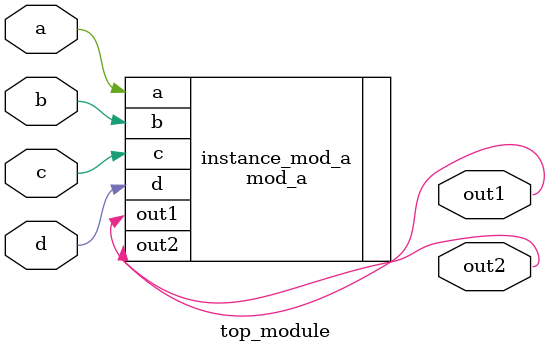
<source format=v>
module top_module ( 
    input a, 
    input b, 
    input c,
    input d,
    output out1,
    output out2
);

mod_a instance_mod_a (
    .out1(out1),
    .out2(out2),
    .a(a),
    .b(b),
    .c(c),
    .d(d)
);

endmodule
</source>
